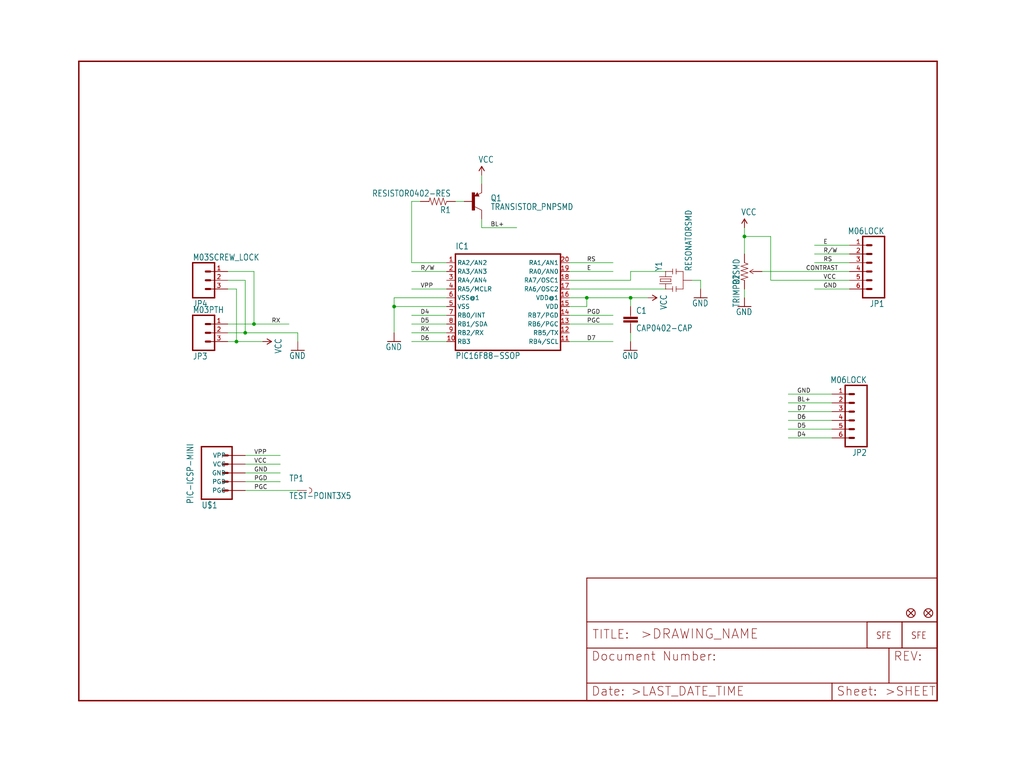
<source format=kicad_sch>
(kicad_sch (version 20211123) (generator eeschema)
  (paper "User" 297.002 223.926)
  (lib_symbols
    (symbol "eagleSchem-eagle-import:CAP0402-CAP"
      (property "Reference" "C" (at 1.524 2.921 0))
      (property "Value" "CAP0402-CAP" (at 1.524 -2.159 0))
      (symbol "CAP0402-CAP_1_0"
        (rectangle (start -2.032 0.508) (end 2.032 1.016) (fill (type outline)))
        (rectangle (start -2.032 1.524) (end 2.032 2.032) (fill (type outline)))
        (polyline (pts (xy 0 0) (xy 0 0.508)) (stroke (width 0.1524)))
        (polyline (pts (xy 0 2.54) (xy 0 2.032)) (stroke (width 0.1524)))
        (pin passive line (at 0 5.08 270) (length 2.54) (name "1") (number "1"))
        (pin passive line (at 0 -2.54 90) (length 2.54) (name "2") (number "2"))
      )
    )
    (symbol "eagleSchem-eagle-import:FIDUCIAL1X2"
      (symbol "FIDUCIAL1X2_1_0"
        (polyline (pts (xy -0.762 0.762) (xy 0.762 -0.762)) (stroke (width 0.254)))
        (polyline (pts (xy 0.762 0.762) (xy -0.762 -0.762)) (stroke (width 0.254)))
        (circle (center 0 0) (radius 1.27) (stroke (width 0.254)))
      )
    )
    (symbol "eagleSchem-eagle-import:FRAME-LETTER"
      (symbol "FRAME-LETTER_1_0"
        (polyline (pts (xy 0 0) (xy 248.92 0)) (stroke (width 0.4064)))
        (polyline (pts (xy 0 185.42) (xy 0 0)) (stroke (width 0.4064)))
        (polyline (pts (xy 0 185.42) (xy 248.92 185.42)) (stroke (width 0.4064)))
        (polyline (pts (xy 248.92 185.42) (xy 248.92 0)) (stroke (width 0.4064)))
      )
      (symbol "FRAME-LETTER_2_0"
        (polyline (pts (xy 0 0) (xy 0 5.08)) (stroke (width 0.254)))
        (polyline (pts (xy 0 0) (xy 71.12 0)) (stroke (width 0.254)))
        (polyline (pts (xy 0 5.08) (xy 0 15.24)) (stroke (width 0.254)))
        (polyline (pts (xy 0 5.08) (xy 71.12 5.08)) (stroke (width 0.254)))
        (polyline (pts (xy 0 15.24) (xy 0 22.86)) (stroke (width 0.254)))
        (polyline (pts (xy 0 22.86) (xy 0 35.56)) (stroke (width 0.254)))
        (polyline (pts (xy 0 22.86) (xy 101.6 22.86)) (stroke (width 0.254)))
        (polyline (pts (xy 71.12 0) (xy 101.6 0)) (stroke (width 0.254)))
        (polyline (pts (xy 71.12 5.08) (xy 71.12 0)) (stroke (width 0.254)))
        (polyline (pts (xy 71.12 5.08) (xy 87.63 5.08)) (stroke (width 0.254)))
        (polyline (pts (xy 87.63 5.08) (xy 101.6 5.08)) (stroke (width 0.254)))
        (polyline (pts (xy 87.63 15.24) (xy 0 15.24)) (stroke (width 0.254)))
        (polyline (pts (xy 87.63 15.24) (xy 87.63 5.08)) (stroke (width 0.254)))
        (polyline (pts (xy 101.6 5.08) (xy 101.6 0)) (stroke (width 0.254)))
        (polyline (pts (xy 101.6 15.24) (xy 87.63 15.24)) (stroke (width 0.254)))
        (polyline (pts (xy 101.6 15.24) (xy 101.6 5.08)) (stroke (width 0.254)))
        (polyline (pts (xy 101.6 22.86) (xy 101.6 15.24)) (stroke (width 0.254)))
        (polyline (pts (xy 101.6 35.56) (xy 0 35.56)) (stroke (width 0.254)))
        (polyline (pts (xy 101.6 35.56) (xy 101.6 22.86)) (stroke (width 0.254)))
        (text ">DRAWING_NAME" (at 15.494 17.78 0) (effects (font (size 2.7432 2.7432)) (justify left bottom)))
        (text ">LAST_DATE_TIME" (at 12.7 1.27 0) (effects (font (size 2.54 2.54)) (justify left bottom)))
        (text ">SHEET" (at 86.36 1.27 0) (effects (font (size 2.54 2.54)) (justify left bottom)))
        (text "Date:" (at 1.27 1.27 0) (effects (font (size 2.54 2.54)) (justify left bottom)))
        (text "Document Number:" (at 1.27 11.43 0) (effects (font (size 2.54 2.54)) (justify left bottom)))
        (text "REV:" (at 88.9 11.43 0) (effects (font (size 2.54 2.54)) (justify left bottom)))
        (text "Sheet:" (at 72.39 1.27 0) (effects (font (size 2.54 2.54)) (justify left bottom)))
        (text "TITLE:" (at 1.524 17.78 0) (effects (font (size 2.54 2.54)) (justify left bottom)))
      )
    )
    (symbol "eagleSchem-eagle-import:GND" (power)
      (property "Value" "GND" (at -2.54 -2.54 0))
      (symbol "GND_1_0"
        (polyline (pts (xy -1.905 0) (xy 1.905 0)) (stroke (width 0.254)))
        (pin power_in line (at 0 2.54 270) (length 2.54) (name "GND") (number "1"))
      )
    )
    (symbol "eagleSchem-eagle-import:LOGO-FLAME-LARGE"
      (symbol "LOGO-FLAME-LARGE_1_0"
        (polyline (pts (xy -2.54 -2.54) (xy 7.62 -2.54)) (stroke (width 0.254)))
        (polyline (pts (xy -2.54 5.08) (xy -2.54 -2.54)) (stroke (width 0.254)))
        (polyline (pts (xy 7.62 -2.54) (xy 7.62 5.08)) (stroke (width 0.254)))
        (polyline (pts (xy 7.62 5.08) (xy -2.54 5.08)) (stroke (width 0.254)))
        (text "SFE" (at 0 0 0) (effects (font (size 1.9304 1.6408)) (justify left bottom)))
      )
    )
    (symbol "eagleSchem-eagle-import:LOGO-SFENEW"
      (symbol "LOGO-SFENEW_1_0"
        (polyline (pts (xy -2.54 -2.54) (xy 7.62 -2.54)) (stroke (width 0.254)))
        (polyline (pts (xy -2.54 5.08) (xy -2.54 -2.54)) (stroke (width 0.254)))
        (polyline (pts (xy 7.62 -2.54) (xy 7.62 5.08)) (stroke (width 0.254)))
        (polyline (pts (xy 7.62 5.08) (xy -2.54 5.08)) (stroke (width 0.254)))
        (text "SFE" (at 0 0 0) (effects (font (size 1.9304 1.6408)) (justify left bottom)))
      )
    )
    (symbol "eagleSchem-eagle-import:M03PTH"
      (property "Reference" "JP" (at -2.54 5.842 0))
      (property "Value" "M03PTH" (at -2.54 -7.62 0))
      (symbol "M03PTH_1_0"
        (polyline (pts (xy -2.54 5.08) (xy -2.54 -5.08)) (stroke (width 0.4064)))
        (polyline (pts (xy -2.54 5.08) (xy 3.81 5.08)) (stroke (width 0.4064)))
        (polyline (pts (xy 1.27 -2.54) (xy 2.54 -2.54)) (stroke (width 0.6096)))
        (polyline (pts (xy 1.27 0) (xy 2.54 0)) (stroke (width 0.6096)))
        (polyline (pts (xy 1.27 2.54) (xy 2.54 2.54)) (stroke (width 0.6096)))
        (polyline (pts (xy 3.81 -5.08) (xy -2.54 -5.08)) (stroke (width 0.4064)))
        (polyline (pts (xy 3.81 -5.08) (xy 3.81 5.08)) (stroke (width 0.4064)))
        (pin passive line (at 7.62 -2.54 180) (length 5.08) (name "1") (number "1"))
        (pin passive line (at 7.62 0 180) (length 5.08) (name "2") (number "2"))
        (pin passive line (at 7.62 2.54 180) (length 5.08) (name "3") (number "3"))
      )
    )
    (symbol "eagleSchem-eagle-import:M03SCREW_LOCK"
      (property "Reference" "JP" (at -2.54 5.842 0))
      (property "Value" "M03SCREW_LOCK" (at -2.54 -7.62 0))
      (symbol "M03SCREW_LOCK_1_0"
        (polyline (pts (xy -2.54 5.08) (xy -2.54 -5.08)) (stroke (width 0.4064)))
        (polyline (pts (xy -2.54 5.08) (xy 3.81 5.08)) (stroke (width 0.4064)))
        (polyline (pts (xy 1.27 -2.54) (xy 2.54 -2.54)) (stroke (width 0.6096)))
        (polyline (pts (xy 1.27 0) (xy 2.54 0)) (stroke (width 0.6096)))
        (polyline (pts (xy 1.27 2.54) (xy 2.54 2.54)) (stroke (width 0.6096)))
        (polyline (pts (xy 3.81 -5.08) (xy -2.54 -5.08)) (stroke (width 0.4064)))
        (polyline (pts (xy 3.81 -5.08) (xy 3.81 5.08)) (stroke (width 0.4064)))
        (pin passive line (at 7.62 -2.54 180) (length 5.08) (name "1") (number "1"))
        (pin passive line (at 7.62 0 180) (length 5.08) (name "2") (number "2"))
        (pin passive line (at 7.62 2.54 180) (length 5.08) (name "3") (number "3"))
      )
    )
    (symbol "eagleSchem-eagle-import:M06LOCK"
      (property "Reference" "JP" (at -5.08 10.922 0))
      (property "Value" "M06LOCK" (at -5.08 -10.16 0))
      (symbol "M06LOCK_1_0"
        (polyline (pts (xy -5.08 10.16) (xy -5.08 -7.62)) (stroke (width 0.4064)))
        (polyline (pts (xy -5.08 10.16) (xy 1.27 10.16)) (stroke (width 0.4064)))
        (polyline (pts (xy -1.27 -5.08) (xy 0 -5.08)) (stroke (width 0.6096)))
        (polyline (pts (xy -1.27 -2.54) (xy 0 -2.54)) (stroke (width 0.6096)))
        (polyline (pts (xy -1.27 0) (xy 0 0)) (stroke (width 0.6096)))
        (polyline (pts (xy -1.27 2.54) (xy 0 2.54)) (stroke (width 0.6096)))
        (polyline (pts (xy -1.27 5.08) (xy 0 5.08)) (stroke (width 0.6096)))
        (polyline (pts (xy -1.27 7.62) (xy 0 7.62)) (stroke (width 0.6096)))
        (polyline (pts (xy 1.27 -7.62) (xy -5.08 -7.62)) (stroke (width 0.4064)))
        (polyline (pts (xy 1.27 -7.62) (xy 1.27 10.16)) (stroke (width 0.4064)))
        (pin passive line (at 5.08 -5.08 180) (length 5.08) (name "1") (number "1"))
        (pin passive line (at 5.08 -2.54 180) (length 5.08) (name "2") (number "2"))
        (pin passive line (at 5.08 0 180) (length 5.08) (name "3") (number "3"))
        (pin passive line (at 5.08 2.54 180) (length 5.08) (name "4") (number "4"))
        (pin passive line (at 5.08 5.08 180) (length 5.08) (name "5") (number "5"))
        (pin passive line (at 5.08 7.62 180) (length 5.08) (name "6") (number "6"))
      )
    )
    (symbol "eagleSchem-eagle-import:PIC-ICSP-MINI"
      (property "Value" "PIC-ICSP-MINI" (at 6.096 10.414 0))
      (symbol "PIC-ICSP-MINI_1_0"
        (polyline (pts (xy -3.81 7.62) (xy -3.81 -7.62)) (stroke (width 0.4064)))
        (polyline (pts (xy -3.81 7.62) (xy 5.08 7.62)) (stroke (width 0.4064)))
        (polyline (pts (xy -1.27 -5.08) (xy -2.54 -5.08)) (stroke (width 0.6096)))
        (polyline (pts (xy -1.27 -2.54) (xy -2.54 -2.54)) (stroke (width 0.6096)))
        (polyline (pts (xy -1.27 0) (xy -2.54 0)) (stroke (width 0.6096)))
        (polyline (pts (xy -1.27 2.54) (xy -2.54 2.54)) (stroke (width 0.6096)))
        (polyline (pts (xy -1.27 5.08) (xy -2.54 5.08)) (stroke (width 0.6096)))
        (polyline (pts (xy 5.08 -7.62) (xy -3.81 -7.62)) (stroke (width 0.4064)))
        (polyline (pts (xy 5.08 -7.62) (xy 5.08 7.62)) (stroke (width 0.4064)))
        (pin passive line (at -7.62 5.08 0) (length 5.08) (name "VPP") (number "1"))
        (pin passive line (at -7.62 2.54 0) (length 5.08) (name "VCC") (number "2"))
        (pin passive line (at -7.62 0 0) (length 5.08) (name "GND") (number "3"))
        (pin passive line (at -7.62 -2.54 0) (length 5.08) (name "PGD") (number "4"))
        (pin passive line (at -7.62 -5.08 0) (length 5.08) (name "PGC") (number "5"))
      )
    )
    (symbol "eagleSchem-eagle-import:PIC16F88-SSOP"
      (property "Reference" "IC" (at -15.24 13.97 0))
      (property "Value" "PIC16F88-SSOP" (at -15.24 -17.78 0))
      (symbol "PIC16F88-SSOP_1_0"
        (polyline (pts (xy -15.24 -15.24) (xy -15.24 12.7)) (stroke (width 0.4064)))
        (polyline (pts (xy -15.24 12.7) (xy 15.24 12.7)) (stroke (width 0.4064)))
        (polyline (pts (xy 15.24 -15.24) (xy -15.24 -15.24)) (stroke (width 0.4064)))
        (polyline (pts (xy 15.24 12.7) (xy 15.24 -15.24)) (stroke (width 0.4064)))
        (pin bidirectional line (at -17.78 10.16 0) (length 2.54) (name "RA2/AN2") (number "1"))
        (pin bidirectional line (at -17.78 -12.7 0) (length 2.54) (name "RB3") (number "10"))
        (pin bidirectional line (at 17.78 -12.7 180) (length 2.54) (name "RB4/SCL") (number "11"))
        (pin bidirectional line (at 17.78 -10.16 180) (length 2.54) (name "RB5/TX") (number "12"))
        (pin bidirectional line (at 17.78 -7.62 180) (length 2.54) (name "RB6/PGC") (number "13"))
        (pin bidirectional line (at 17.78 -5.08 180) (length 2.54) (name "RB7/PGD") (number "14"))
        (pin power_in line (at 17.78 -2.54 180) (length 2.54) (name "VDD") (number "15"))
        (pin power_in line (at 17.78 0 180) (length 2.54) (name "VDD@1") (number "16"))
        (pin bidirectional line (at 17.78 2.54 180) (length 2.54) (name "RA6/OSC2") (number "17"))
        (pin bidirectional line (at 17.78 5.08 180) (length 2.54) (name "RA7/OSC1") (number "18"))
        (pin bidirectional line (at 17.78 7.62 180) (length 2.54) (name "RA0/AN0") (number "19"))
        (pin bidirectional line (at -17.78 7.62 0) (length 2.54) (name "RA3/AN3") (number "2"))
        (pin bidirectional line (at 17.78 10.16 180) (length 2.54) (name "RA1/AN1") (number "20"))
        (pin bidirectional line (at -17.78 5.08 0) (length 2.54) (name "RA4/AN4") (number "3"))
        (pin input line (at -17.78 2.54 0) (length 2.54) (name "RA5/MCLR") (number "4"))
        (pin power_in line (at -17.78 -2.54 0) (length 2.54) (name "VSS") (number "5"))
        (pin power_in line (at -17.78 0 0) (length 2.54) (name "VSS@1") (number "6"))
        (pin bidirectional line (at -17.78 -5.08 0) (length 2.54) (name "RB0/INT") (number "7"))
        (pin bidirectional line (at -17.78 -7.62 0) (length 2.54) (name "RB1/SDA") (number "8"))
        (pin bidirectional line (at -17.78 -10.16 0) (length 2.54) (name "RB2/RX") (number "9"))
      )
    )
    (symbol "eagleSchem-eagle-import:RESISTOR0402-RES"
      (property "Reference" "R" (at -3.81 1.4986 0))
      (property "Value" "RESISTOR0402-RES" (at -3.81 -3.302 0))
      (symbol "RESISTOR0402-RES_1_0"
        (polyline (pts (xy -2.54 0) (xy -2.159 1.016)) (stroke (width 0.1524)))
        (polyline (pts (xy -2.159 1.016) (xy -1.524 -1.016)) (stroke (width 0.1524)))
        (polyline (pts (xy -1.524 -1.016) (xy -0.889 1.016)) (stroke (width 0.1524)))
        (polyline (pts (xy -0.889 1.016) (xy -0.254 -1.016)) (stroke (width 0.1524)))
        (polyline (pts (xy -0.254 -1.016) (xy 0.381 1.016)) (stroke (width 0.1524)))
        (polyline (pts (xy 0.381 1.016) (xy 1.016 -1.016)) (stroke (width 0.1524)))
        (polyline (pts (xy 1.016 -1.016) (xy 1.651 1.016)) (stroke (width 0.1524)))
        (polyline (pts (xy 1.651 1.016) (xy 2.286 -1.016)) (stroke (width 0.1524)))
        (polyline (pts (xy 2.286 -1.016) (xy 2.54 0)) (stroke (width 0.1524)))
        (pin passive line (at -5.08 0 0) (length 2.54) (name "1") (number "1"))
        (pin passive line (at 5.08 0 180) (length 2.54) (name "2") (number "2"))
      )
    )
    (symbol "eagleSchem-eagle-import:RESONATORSMD"
      (property "Reference" "Y" (at 2.54 1.016 0))
      (property "Value" "RESONATORSMD" (at 2.54 -7.62 0))
      (symbol "RESONATORSMD_1_0"
        (polyline (pts (xy -2.54 -3.048) (xy -3.302 -3.048)) (stroke (width 0.1524)))
        (polyline (pts (xy -2.54 -3.048) (xy -2.54 -5.08)) (stroke (width 0.1524)))
        (polyline (pts (xy -2.54 -2.032) (xy -3.302 -2.032)) (stroke (width 0.1524)))
        (polyline (pts (xy -2.54 -2.032) (xy -2.54 0)) (stroke (width 0.1524)))
        (polyline (pts (xy -2.54 0) (xy -1.016 0)) (stroke (width 0.1524)))
        (polyline (pts (xy -1.778 -3.048) (xy -2.54 -3.048)) (stroke (width 0.1524)))
        (polyline (pts (xy -1.778 -2.032) (xy -2.54 -2.032)) (stroke (width 0.1524)))
        (polyline (pts (xy -1.016 0) (xy -1.016 -1.778)) (stroke (width 0.1524)))
        (polyline (pts (xy -1.016 1.778) (xy -1.016 0)) (stroke (width 0.1524)))
        (polyline (pts (xy -0.381 -1.524) (xy 0.381 -1.524)) (stroke (width 0.1524)))
        (polyline (pts (xy -0.381 1.524) (xy -0.381 -1.524)) (stroke (width 0.1524)))
        (polyline (pts (xy 0 -5.08) (xy -2.54 -5.08)) (stroke (width 0.1524)))
        (polyline (pts (xy 0 -5.08) (xy 0 -7.62)) (stroke (width 0.1524)))
        (polyline (pts (xy 0.381 -1.524) (xy 0.381 1.524)) (stroke (width 0.1524)))
        (polyline (pts (xy 0.381 1.524) (xy -0.381 1.524)) (stroke (width 0.1524)))
        (polyline (pts (xy 1.016 0) (xy 1.016 -1.778)) (stroke (width 0.1524)))
        (polyline (pts (xy 1.016 0) (xy 2.54 0)) (stroke (width 0.1524)))
        (polyline (pts (xy 1.016 1.778) (xy 1.016 0)) (stroke (width 0.1524)))
        (polyline (pts (xy 2.54 -5.08) (xy 0 -5.08)) (stroke (width 0.1524)))
        (polyline (pts (xy 2.54 -3.048) (xy 1.778 -3.048)) (stroke (width 0.1524)))
        (polyline (pts (xy 2.54 -3.048) (xy 2.54 -5.08)) (stroke (width 0.1524)))
        (polyline (pts (xy 2.54 -2.032) (xy 1.778 -2.032)) (stroke (width 0.1524)))
        (polyline (pts (xy 2.54 0) (xy 2.54 -2.032)) (stroke (width 0.1524)))
        (polyline (pts (xy 3.302 -3.048) (xy 2.54 -3.048)) (stroke (width 0.1524)))
        (polyline (pts (xy 3.302 -2.032) (xy 2.54 -2.032)) (stroke (width 0.1524)))
        (pin passive line (at -2.54 0 0) (length 0) (name "1") (number "1"))
        (pin passive line (at 0 -7.62 90) (length 0) (name "2") (number "2"))
        (pin passive line (at 2.54 0 180) (length 0) (name "3") (number "3"))
      )
    )
    (symbol "eagleSchem-eagle-import:TEST-POINT3X5"
      (property "Reference" "TP" (at -2.54 2.54 0))
      (property "Value" "TEST-POINT3X5" (at -2.54 -2.54 0))
      (symbol "TEST-POINT3X5_1_0"
        (polyline (pts (xy 2.54 0) (xy 0 0)) (stroke (width 0.1524)))
        (arc (start 3.302 -0.762) (mid 4.064 0) (end 3.302 0.762) (stroke (width 0.1524)))
        (pin bidirectional line (at 0 0 180) (length 0) (name "1") (number "P$1"))
      )
    )
    (symbol "eagleSchem-eagle-import:TRANSISTOR_PNPSMD"
      (property "Reference" "Q" (at 5.08 0 0))
      (property "Value" "TRANSISTOR_PNPSMD" (at 5.08 -2.54 0))
      (symbol "TRANSISTOR_PNPSMD_1_0"
        (rectangle (start -0.254 -2.54) (end 0.508 2.54) (fill (type outline)))
        (polyline (pts (xy 0.508 -1.524) (xy 2.54 -2.54)) (stroke (width 0.1524)))
        (polyline (pts (xy 0.508 1.524) (xy 1.27 2.54)) (stroke (width 0.1524)))
        (polyline (pts (xy 0.8128 1.778) (xy 0.889 1.6256)) (stroke (width 0.2032)))
        (polyline (pts (xy 0.9398 1.8796) (xy 1.0414 1.651)) (stroke (width 0.2032)))
        (polyline (pts (xy 1.016 2.032) (xy 1.2192 1.6256)) (stroke (width 0.2032)))
        (polyline (pts (xy 1.143 2.159) (xy 1.397 1.6256)) (stroke (width 0.2032)))
        (polyline (pts (xy 1.2192 2.3114) (xy 1.5748 1.6256)) (stroke (width 0.2032)))
        (polyline (pts (xy 1.27 2.54) (xy 1.778 1.524)) (stroke (width 0.1524)))
        (polyline (pts (xy 1.778 1.524) (xy 0.508 1.524)) (stroke (width 0.1524)))
        (polyline (pts (xy 2.54 2.54) (xy 0.508 1.524)) (stroke (width 0.1524)))
        (pin passive line (at -2.54 0 0) (length 2.54) (name "B") (number "1"))
        (pin passive line (at 2.54 5.08 270) (length 2.54) (name "E") (number "2"))
        (pin passive line (at 2.54 -5.08 90) (length 2.54) (name "C") (number "3"))
      )
    )
    (symbol "eagleSchem-eagle-import:TRIMPOTSMD"
      (property "Value" "TRIMPOTSMD" (at -3.81 -3.302 0))
      (symbol "TRIMPOTSMD_1_0"
        (polyline (pts (xy -2.54 0) (xy -2.159 1.016)) (stroke (width 0.1524)))
        (polyline (pts (xy -2.159 1.016) (xy -1.524 -1.016)) (stroke (width 0.1524)))
        (polyline (pts (xy -1.524 -1.016) (xy -0.889 1.016)) (stroke (width 0.1524)))
        (polyline (pts (xy -0.889 1.016) (xy -0.254 -1.016)) (stroke (width 0.1524)))
        (polyline (pts (xy -0.635 2.54) (xy 0 1.524)) (stroke (width 0.1524)))
        (polyline (pts (xy -0.254 -1.016) (xy 0.381 1.016)) (stroke (width 0.1524)))
        (polyline (pts (xy 0 1.524) (xy 0.635 2.54)) (stroke (width 0.1524)))
        (polyline (pts (xy 0 2.54) (xy 0 1.524)) (stroke (width 0.1524)))
        (polyline (pts (xy 0.381 1.016) (xy 1.016 -1.016)) (stroke (width 0.1524)))
        (polyline (pts (xy 1.016 -1.016) (xy 1.651 1.016)) (stroke (width 0.1524)))
        (polyline (pts (xy 1.651 1.016) (xy 2.286 -1.016)) (stroke (width 0.1524)))
        (polyline (pts (xy 2.286 -1.016) (xy 2.54 0)) (stroke (width 0.1524)))
        (pin passive line (at -5.08 0 0) (length 2.54) (name "CCW") (number "1"))
        (pin passive line (at 0 5.08 270) (length 2.54) (name "WIPER") (number "2"))
        (pin passive line (at 5.08 0 180) (length 2.54) (name "CW") (number "3"))
      )
    )
    (symbol "eagleSchem-eagle-import:VCC" (power)
      (property "Value" "VCC" (at -1.016 3.556 0))
      (symbol "VCC_1_0"
        (polyline (pts (xy 0 2.54) (xy -0.762 1.27)) (stroke (width 0.254)))
        (polyline (pts (xy 0.762 1.27) (xy 0 2.54)) (stroke (width 0.254)))
        (pin power_in line (at 0 0 90) (length 2.54) (name "VCC") (number "1"))
      )
    )
  )
  (junction (at 114.3 88.9))
  (junction (at 73.66 93.98))
  (junction (at 68.58 99.06))
  (junction (at 71.12 96.52))
  (junction (at 170.18 86.36))
  (junction (at 182.88 86.36))
  (junction (at 215.9 68.58))
  (wire (pts (xy 119.38 58.42) (xy 119.38 76.2)))
  (wire (pts (xy 68.58 83.82) (xy 68.58 99.06)))
  (wire (pts (xy 73.66 78.74) (xy 73.66 93.98)))
  (wire (pts (xy 170.18 86.36) (xy 182.88 86.36)))
  (wire (pts (xy 182.88 86.36) (xy 187.96 86.36)))
  (wire (pts (xy 215.9 86.36) (xy 215.9 83.82)))
  (wire (pts (xy 170.18 88.9) (xy 170.18 86.36)))
  (wire (pts (xy 228.6 124.46) (xy 241.3 124.46)))
  (wire (pts (xy 129.54 88.9) (xy 114.3 88.9)))
  (wire (pts (xy 66.04 83.82) (xy 68.58 83.82)))
  (wire (pts (xy 223.52 81.28) (xy 223.52 68.58)))
  (wire (pts (xy 165.1 86.36) (xy 170.18 86.36)))
  (wire (pts (xy 220.98 78.74) (xy 246.38 78.74)))
  (wire (pts (xy 165.1 88.9) (xy 170.18 88.9)))
  (wire (pts (xy 182.88 99.06) (xy 182.88 96.52)))
  (wire (pts (xy 129.54 76.2) (xy 119.38 76.2)))
  (wire (pts (xy 66.04 99.06) (xy 68.58 99.06)))
  (wire (pts (xy 228.6 116.84) (xy 241.3 116.84)))
  (wire (pts (xy 71.12 132.08) (xy 81.28 132.08)))
  (wire (pts (xy 223.52 81.28) (xy 246.38 81.28)))
  (wire (pts (xy 121.92 58.42) (xy 119.38 58.42)))
  (wire (pts (xy 71.12 137.16) (xy 81.28 137.16)))
  (wire (pts (xy 228.6 127) (xy 241.3 127)))
  (wire (pts (xy 86.36 99.06) (xy 86.36 96.52)))
  (wire (pts (xy 165.1 91.44) (xy 177.8 91.44)))
  (wire (pts (xy 215.9 73.66) (xy 215.9 68.58)))
  (wire (pts (xy 203.2 81.28) (xy 203.2 83.82)))
  (wire (pts (xy 66.04 81.28) (xy 71.12 81.28)))
  (wire (pts (xy 200.66 81.28) (xy 203.2 81.28)))
  (wire (pts (xy 246.38 76.2) (xy 236.22 76.2)))
  (wire (pts (xy 129.54 83.82) (xy 119.38 83.82)))
  (wire (pts (xy 165.1 83.82) (xy 193.04 83.82)))
  (wire (pts (xy 228.6 114.3) (xy 241.3 114.3)))
  (wire (pts (xy 129.54 96.52) (xy 119.38 96.52)))
  (wire (pts (xy 129.54 99.06) (xy 119.38 99.06)))
  (wire (pts (xy 71.12 134.62) (xy 81.28 134.62)))
  (wire (pts (xy 246.38 73.66) (xy 236.22 73.66)))
  (wire (pts (xy 165.1 81.28) (xy 182.88 81.28)))
  (wire (pts (xy 165.1 78.74) (xy 177.8 78.74)))
  (wire (pts (xy 68.58 99.06) (xy 76.2 99.06)))
  (wire (pts (xy 228.6 119.38) (xy 241.3 119.38)))
  (wire (pts (xy 215.9 66.04) (xy 215.9 68.58)))
  (wire (pts (xy 246.38 83.82) (xy 236.22 83.82)))
  (wire (pts (xy 129.54 78.74) (xy 119.38 78.74)))
  (wire (pts (xy 165.1 76.2) (xy 177.8 76.2)))
  (wire (pts (xy 71.12 142.24) (xy 86.36 142.24)))
  (wire (pts (xy 182.88 78.74) (xy 193.04 78.74)))
  (wire (pts (xy 182.88 81.28) (xy 182.88 78.74)))
  (wire (pts (xy 129.54 93.98) (xy 119.38 93.98)))
  (wire (pts (xy 71.12 81.28) (xy 71.12 96.52)))
  (wire (pts (xy 165.1 93.98) (xy 177.8 93.98)))
  (wire (pts (xy 246.38 71.12) (xy 236.22 71.12)))
  (wire (pts (xy 114.3 86.36) (xy 114.3 88.9)))
  (wire (pts (xy 132.08 58.42) (xy 134.62 58.42)))
  (wire (pts (xy 83.82 93.98) (xy 73.66 93.98)))
  (wire (pts (xy 129.54 86.36) (xy 114.3 86.36)))
  (wire (pts (xy 71.12 96.52) (xy 86.36 96.52)))
  (wire (pts (xy 228.6 121.92) (xy 241.3 121.92)))
  (wire (pts (xy 66.04 96.52) (xy 71.12 96.52)))
  (wire (pts (xy 182.88 88.9) (xy 182.88 86.36)))
  (wire (pts (xy 223.52 68.58) (xy 215.9 68.58)))
  (wire (pts (xy 71.12 139.7) (xy 81.28 139.7)))
  (wire (pts (xy 73.66 93.98) (xy 66.04 93.98)))
  (wire (pts (xy 139.7 63.5) (xy 139.7 66.04)))
  (wire (pts (xy 66.04 78.74) (xy 73.66 78.74)))
  (wire (pts (xy 139.7 66.04) (xy 149.86 66.04)))
  (wire (pts (xy 114.3 88.9) (xy 114.3 96.52)))
  (wire (pts (xy 129.54 91.44) (xy 119.38 91.44)))
  (wire (pts (xy 139.7 53.34) (xy 139.7 50.8)))
  (wire (pts (xy 165.1 99.06) (xy 177.8 99.06)))
  (label "PGC" (at 73.66 142.24 0) (effects (font (size 1.2446 1.2446))))
  (label "D4" (at 231.14 127 0) (effects (font (size 1.2446 1.2446))))
  (label "BL+" (at 142.24 66.04 0) (effects (font (size 1.2446 1.2446))))
  (label "E" (at 238.76 71.12 0) (effects (font (size 1.2446 1.2446))))
  (label "PGD" (at 170.18 91.44 0) (effects (font (size 1.2446 1.2446))))
  (label "D7" (at 231.14 119.38 0) (effects (font (size 1.2446 1.2446))))
  (label "RX" (at 121.92 96.52 0) (effects (font (size 1.2446 1.2446))))
  (label "RS" (at 170.18 76.2 0) (effects (font (size 1.2446 1.2446))))
  (label "D7" (at 170.18 99.06 0) (effects (font (size 1.2446 1.2446))))
  (label "GND" (at 238.76 83.82 0) (effects (font (size 1.2446 1.2446))))
  (label "PGC" (at 170.18 93.98 0) (effects (font (size 1.2446 1.2446))))
  (label "E" (at 170.18 78.74 0) (effects (font (size 1.2446 1.2446))))
  (label "RX" (at 78.74 93.98 0) (effects (font (size 1.2446 1.2446))))
  (label "GND" (at 231.14 114.3 0) (effects (font (size 1.2446 1.2446))))
  (label "VPP" (at 73.66 132.08 0) (effects (font (size 1.2446 1.2446))))
  (label "D5" (at 231.14 124.46 0) (effects (font (size 1.2446 1.2446))))
  (label "PGD" (at 73.66 139.7 0) (effects (font (size 1.2446 1.2446))))
  (label "D6" (at 121.92 99.06 0) (effects (font (size 1.2446 1.2446))))
  (label "R/W" (at 238.76 73.66 0) (effects (font (size 1.2446 1.2446))))
  (label "VCC" (at 73.66 134.62 0) (effects (font (size 1.2446 1.2446))))
  (label "D6" (at 231.14 121.92 0) (effects (font (size 1.2446 1.2446))))
  (label "RS" (at 238.76 76.2 0) (effects (font (size 1.2446 1.2446))))
  (label "VCC" (at 238.76 81.28 0) (effects (font (size 1.2446 1.2446))))
  (label "CONTRAST" (at 233.68 78.74 0) (effects (font (size 1.2446 1.2446))))
  (label "BL+" (at 231.14 116.84 0) (effects (font (size 1.2446 1.2446))))
  (label "R/W" (at 121.92 78.74 0) (effects (font (size 1.2446 1.2446))))
  (label "D4" (at 121.92 91.44 0) (effects (font (size 1.2446 1.2446))))
  (label "D5" (at 121.92 93.98 0) (effects (font (size 1.2446 1.2446))))
  (label "GND" (at 73.66 137.16 0) (effects (font (size 1.2446 1.2446))))
  (label "VPP" (at 121.92 83.82 0) (effects (font (size 1.2446 1.2446))))
  (symbol (lib_id "eagleSchem-eagle-import:GND") (at 203.2 86.36 0) (unit 1)
    (property "Reference" "#GND1" (effects hide))
    (property "Value" "GND" (at 200.66 88.9 0) (effects (font (size 1.778 1.5113)) (justify left bottom)))
    (property "Footprint" "eagleSchem:" (effects hide))
  )
  (symbol (lib_id "eagleSchem-eagle-import:VCC") (at 139.7 50.8 0) (unit 1)
    (property "Reference" "#P+1" (effects hide))
    (property "Value" "VCC" (at 138.684 47.244 0) (effects (font (size 1.778 1.5113)) (justify left bottom)))
    (property "Footprint" "eagleSchem:" (effects hide))
  )
  (symbol (lib_id "eagleSchem-eagle-import:TEST-POINT3X5") (at 86.36 142.24 0) (unit 1)
    (property "Reference" "TP1" (at 83.82 139.7 0) (effects (font (size 1.778 1.5113)) (justify left bottom)))
    (property "Value" "TEST-POINT3X5" (at 83.82 144.78 0) (effects (font (size 1.778 1.5113)) (justify left bottom)))
    (property "Footprint" "eagleSchem:PAD.03X.05" (effects hide))
  )
  (symbol (lib_id "eagleSchem-eagle-import:CAP0402-CAP") (at 182.88 93.98 0) (unit 1)
    (property "Reference" "C1" (at 184.404 91.059 0) (effects (font (size 1.778 1.5113)) (justify left bottom)))
    (property "Value" "CAP0402-CAP" (at 184.404 96.139 0) (effects (font (size 1.778 1.5113)) (justify left bottom)))
    (property "Footprint" "eagleSchem:0402-CAP" (effects hide))
  )
  (symbol (lib_id "eagleSchem-eagle-import:FRAME-LETTER") (at 170.18 203.2 0) (unit 2)
    (property "Reference" "#FRAME1" (effects hide))
    (property "Value" "FRAME-LETTER" (effects hide))
    (property "Footprint" "eagleSchem:" (effects hide))
  )
  (symbol (lib_id "eagleSchem-eagle-import:GND") (at 114.3 99.06 0) (unit 1)
    (property "Reference" "#GND3" (effects hide))
    (property "Value" "GND" (at 111.76 101.6 0) (effects (font (size 1.778 1.5113)) (justify left bottom)))
    (property "Footprint" "eagleSchem:" (effects hide))
  )
  (symbol (lib_id "eagleSchem-eagle-import:M03PTH") (at 58.42 96.52 0) (mirror x) (unit 1)
    (property "Reference" "JP3" (at 55.88 102.362 0) (effects (font (size 1.778 1.5113)) (justify left bottom)))
    (property "Value" "M03PTH" (at 55.88 88.9 0) (effects (font (size 1.778 1.5113)) (justify left bottom)))
    (property "Footprint" "eagleSchem:1X03" (effects hide))
  )
  (symbol (lib_id "eagleSchem-eagle-import:M03SCREW_LOCK") (at 58.42 81.28 0) (mirror x) (unit 1)
    (property "Reference" "JP4" (at 55.88 87.122 0) (effects (font (size 1.778 1.5113)) (justify left bottom)))
    (property "Value" "M03SCREW_LOCK" (at 55.88 73.66 0) (effects (font (size 1.778 1.5113)) (justify left bottom)))
    (property "Footprint" "eagleSchem:SCREWTERMINAL-3.5MM-3_LOCK.007S" (effects hide))
  )
  (symbol (lib_id "eagleSchem-eagle-import:RESONATORSMD") (at 193.04 81.28 90) (unit 1)
    (property "Reference" "Y1" (at 192.024 78.74 0) (effects (font (size 1.778 1.5113)) (justify left bottom)))
    (property "Value" "RESONATORSMD" (at 200.66 78.74 0) (effects (font (size 1.778 1.5113)) (justify left bottom)))
    (property "Footprint" "eagleSchem:RESONATOR-SMD" (effects hide))
  )
  (symbol (lib_id "eagleSchem-eagle-import:GND") (at 215.9 88.9 0) (unit 1)
    (property "Reference" "#GND4" (effects hide))
    (property "Value" "GND" (at 213.36 91.44 0) (effects (font (size 1.778 1.5113)) (justify left bottom)))
    (property "Footprint" "eagleSchem:" (effects hide))
  )
  (symbol (lib_id "eagleSchem-eagle-import:LOGO-SFENEW") (at 254 185.42 0) (unit 1)
    (property "Reference" "U$5" (effects hide))
    (property "Value" "LOGO-SFENEW" (effects hide))
    (property "Footprint" "eagleSchem:SFE-NEW-WEBLOGO" (effects hide))
  )
  (symbol (lib_id "eagleSchem-eagle-import:VCC") (at 215.9 66.04 0) (unit 1)
    (property "Reference" "#P+3" (effects hide))
    (property "Value" "VCC" (at 214.884 62.484 0) (effects (font (size 1.778 1.5113)) (justify left bottom)))
    (property "Footprint" "eagleSchem:" (effects hide))
  )
  (symbol (lib_id "eagleSchem-eagle-import:TRIMPOTSMD") (at 215.9 78.74 270) (unit 1)
    (property "Reference" "R2" (at 212.5726 79.502 0) (effects (font (size 1.778 1.5113)) (justify left bottom)))
    (property "Value" "TRIMPOTSMD" (at 212.598 74.93 0) (effects (font (size 1.778 1.5113)) (justify left bottom)))
    (property "Footprint" "eagleSchem:TRIMPOT-3MM" (effects hide))
  )
  (symbol (lib_id "eagleSchem-eagle-import:M06LOCK") (at 246.38 119.38 180) (unit 1)
    (property "Reference" "JP2" (at 251.46 130.302 0) (effects (font (size 1.778 1.5113)) (justify left bottom)))
    (property "Value" "M06LOCK" (at 251.46 109.22 0) (effects (font (size 1.778 1.5113)) (justify left bottom)))
    (property "Footprint" "eagleSchem:1X06_LOCK" (effects hide))
  )
  (symbol (lib_id "eagleSchem-eagle-import:FRAME-LETTER") (at 22.86 203.2 0) (unit 1)
    (property "Reference" "#FRAME1" (effects hide))
    (property "Value" "FRAME-LETTER" (effects hide))
    (property "Footprint" "eagleSchem:" (effects hide))
  )
  (symbol (lib_id "eagleSchem-eagle-import:GND") (at 182.88 101.6 0) (unit 1)
    (property "Reference" "#GND2" (effects hide))
    (property "Value" "GND" (at 180.34 104.14 0) (effects (font (size 1.778 1.5113)) (justify left bottom)))
    (property "Footprint" "eagleSchem:" (effects hide))
  )
  (symbol (lib_id "eagleSchem-eagle-import:FIDUCIAL1X2") (at 269.24 177.8 0) (unit 1)
    (property "Reference" "U$3" (effects hide))
    (property "Value" "FIDUCIAL1X2" (effects hide))
    (property "Footprint" "eagleSchem:FIDUCIAL-1X2" (effects hide))
  )
  (symbol (lib_id "eagleSchem-eagle-import:TRANSISTOR_PNPSMD") (at 137.16 58.42 0) (unit 1)
    (property "Reference" "Q1" (at 142.24 58.42 0) (effects (font (size 1.778 1.5113)) (justify left bottom)))
    (property "Value" "TRANSISTOR_PNPSMD" (at 142.24 60.96 0) (effects (font (size 1.778 1.5113)) (justify left bottom)))
    (property "Footprint" "eagleSchem:SOT23-3" (effects hide))
  )
  (symbol (lib_id "eagleSchem-eagle-import:FIDUCIAL1X2") (at 264.16 177.8 0) (unit 1)
    (property "Reference" "U$4" (effects hide))
    (property "Value" "FIDUCIAL1X2" (effects hide))
    (property "Footprint" "eagleSchem:FIDUCIAL-1X2" (effects hide))
  )
  (symbol (lib_id "eagleSchem-eagle-import:RESISTOR0402-RES") (at 127 58.42 180) (unit 1)
    (property "Reference" "R1" (at 130.81 59.9186 0) (effects (font (size 1.778 1.5113)) (justify left bottom)))
    (property "Value" "RESISTOR0402-RES" (at 130.81 55.118 0) (effects (font (size 1.778 1.5113)) (justify left bottom)))
    (property "Footprint" "eagleSchem:0402-RES" (effects hide))
  )
  (symbol (lib_id "eagleSchem-eagle-import:VCC") (at 76.2 99.06 270) (unit 1)
    (property "Reference" "#P+4" (effects hide))
    (property "Value" "VCC" (at 79.756 98.044 0) (effects (font (size 1.778 1.5113)) (justify left bottom)))
    (property "Footprint" "eagleSchem:" (effects hide))
  )
  (symbol (lib_id "eagleSchem-eagle-import:GND") (at 86.36 101.6 0) (unit 1)
    (property "Reference" "#GND5" (effects hide))
    (property "Value" "GND" (at 83.82 104.14 0) (effects (font (size 1.778 1.5113)) (justify left bottom)))
    (property "Footprint" "eagleSchem:" (effects hide))
  )
  (symbol (lib_id "eagleSchem-eagle-import:PIC16F88-SSOP") (at 147.32 86.36 0) (unit 1)
    (property "Reference" "IC1" (at 132.08 72.39 0) (effects (font (size 1.778 1.5113)) (justify left bottom)))
    (property "Value" "PIC16F88-SSOP" (at 132.08 104.14 0) (effects (font (size 1.778 1.5113)) (justify left bottom)))
    (property "Footprint" "eagleSchem:SSOP20" (effects hide))
  )
  (symbol (lib_id "eagleSchem-eagle-import:LOGO-FLAME-LARGE") (at 264.16 185.42 0) (unit 1)
    (property "Reference" "U$2" (effects hide))
    (property "Value" "LOGO-FLAME-LARGE" (effects hide))
    (property "Footprint" "eagleSchem:LOGO-FLAME-LARGE" (effects hide))
  )
  (symbol (lib_id "eagleSchem-eagle-import:VCC") (at 187.96 86.36 270) (unit 1)
    (property "Reference" "#P+2" (effects hide))
    (property "Value" "VCC" (at 191.516 85.344 0) (effects (font (size 1.778 1.5113)) (justify left bottom)))
    (property "Footprint" "eagleSchem:" (effects hide))
  )
  (symbol (lib_id "eagleSchem-eagle-import:M06LOCK") (at 251.46 76.2 180) (unit 1)
    (property "Reference" "JP1" (at 256.54 87.122 0) (effects (font (size 1.778 1.5113)) (justify left bottom)))
    (property "Value" "M06LOCK" (at 256.54 66.04 0) (effects (font (size 1.778 1.5113)) (justify left bottom)))
    (property "Footprint" "eagleSchem:1X06_LOCK" (effects hide))
  )
  (symbol (lib_id "eagleSchem-eagle-import:PIC-ICSP-MINI") (at 63.5 137.16 0) (mirror y) (unit 1)
    (property "Reference" "U$1" (at 58.42 145.542 0) (effects (font (size 1.778 1.5113)) (justify right top)))
    (property "Value" "PIC-ICSP-MINI" (at 56.134 128.524 90) (effects (font (size 1.778 1.5113)) (justify right top)))
    (property "Footprint" "eagleSchem:PIC-ICSP-MINI" (effects hide))
  )
)
</source>
